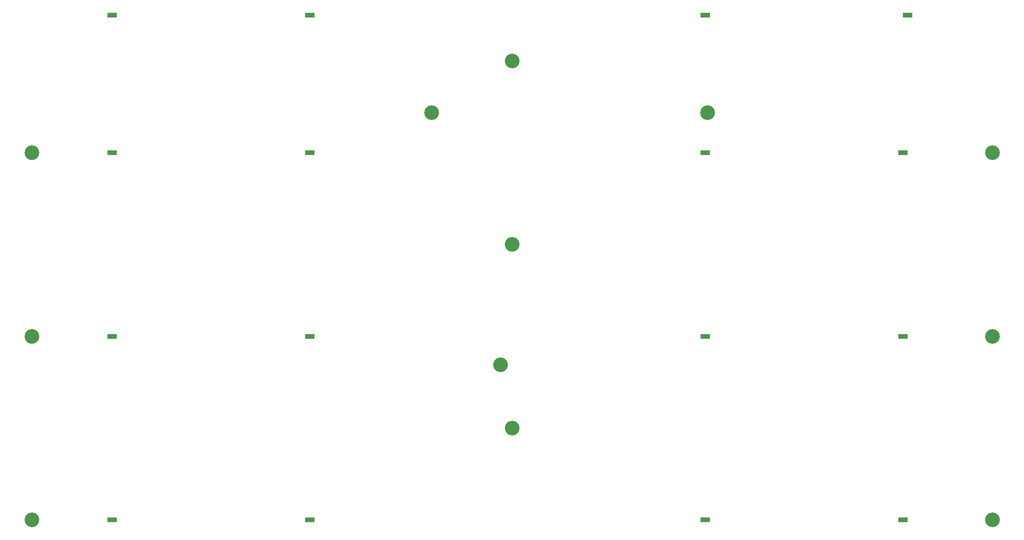
<source format=gbr>
%TF.GenerationSoftware,KiCad,Pcbnew,7.0.1*%
%TF.CreationDate,2025-05-28T16:08:48+02:00*%
%TF.ProjectId,federkontaktplatine_oben,66656465-726b-46f6-9e74-616b74706c61,rev?*%
%TF.SameCoordinates,Original*%
%TF.FileFunction,Soldermask,Bot*%
%TF.FilePolarity,Negative*%
%FSLAX46Y46*%
G04 Gerber Fmt 4.6, Leading zero omitted, Abs format (unit mm)*
G04 Created by KiCad (PCBNEW 7.0.1) date 2025-05-28 16:08:48*
%MOMM*%
%LPD*%
G01*
G04 APERTURE LIST*
%ADD10C,3.200000*%
%ADD11R,2.000000X1.000000*%
G04 APERTURE END LIST*
D10*
%TO.C,H8*%
X252500000Y-58750000D03*
%TD*%
%TO.C,H12*%
X252500000Y-98750000D03*
%TD*%
%TO.C,H6*%
X43500000Y-98750000D03*
%TD*%
%TO.C,H9*%
X252500000Y-138750000D03*
%TD*%
%TO.C,H7*%
X148000000Y-118750000D03*
%TD*%
%TO.C,H10*%
X148000000Y-38750000D03*
%TD*%
%TO.C,H4*%
X43500000Y-58750000D03*
%TD*%
%TO.C,H5*%
X43500000Y-138750000D03*
%TD*%
%TO.C,H3*%
X130500000Y-50000000D03*
%TD*%
%TO.C,H2*%
X190500000Y-50000000D03*
%TD*%
%TO.C,H1*%
X145500000Y-105000000D03*
%TD*%
%TO.C,H11*%
X148000000Y-78750000D03*
%TD*%
D11*
%TO.C,TP16*%
X190000000Y-28750000D03*
%TD*%
%TO.C,TP11*%
X104000000Y-98750000D03*
%TD*%
%TO.C,TP4*%
X190000000Y-98750000D03*
%TD*%
%TO.C,TP15*%
X234000000Y-28750000D03*
%TD*%
%TO.C,TP8*%
X104000000Y-28750000D03*
%TD*%
%TO.C,TP5*%
X233000000Y-58750000D03*
%TD*%
%TO.C,TP10*%
X61000000Y-58750000D03*
%TD*%
%TO.C,TP3*%
X233000000Y-98750000D03*
%TD*%
%TO.C,TP14*%
X61000000Y-138750000D03*
%TD*%
%TO.C,TP7*%
X61000000Y-28750000D03*
%TD*%
%TO.C,TP1*%
X233000000Y-138750000D03*
%TD*%
%TO.C,TP12*%
X61000000Y-98750000D03*
%TD*%
%TO.C,TP13*%
X104000000Y-138750000D03*
%TD*%
%TO.C,TP2*%
X190000000Y-138750000D03*
%TD*%
%TO.C,TP6*%
X190000000Y-58750000D03*
%TD*%
%TO.C,TP9*%
X104000000Y-58750000D03*
%TD*%
M02*

</source>
